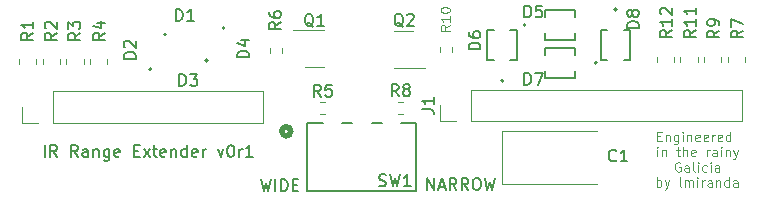
<source format=gbr>
%TF.GenerationSoftware,KiCad,Pcbnew,7.0.7*%
%TF.CreationDate,2023-12-21T12:45:23+01:00*%
%TF.ProjectId,IR range extender v0r1,49522072-616e-4676-9520-657874656e64,rev?*%
%TF.SameCoordinates,Original*%
%TF.FileFunction,Legend,Top*%
%TF.FilePolarity,Positive*%
%FSLAX46Y46*%
G04 Gerber Fmt 4.6, Leading zero omitted, Abs format (unit mm)*
G04 Created by KiCad (PCBNEW 7.0.7) date 2023-12-21 12:45:23*
%MOMM*%
%LPD*%
G01*
G04 APERTURE LIST*
%ADD10C,0.150000*%
%ADD11C,0.120000*%
%ADD12C,0.200000*%
%ADD13C,0.127000*%
%ADD14C,0.152400*%
%ADD15C,0.508000*%
G04 APERTURE END LIST*
D10*
X96636779Y-91369819D02*
X96636779Y-90369819D01*
X96636779Y-90369819D02*
X97208207Y-91369819D01*
X97208207Y-91369819D02*
X97208207Y-90369819D01*
X97636779Y-91084104D02*
X98112969Y-91084104D01*
X97541541Y-91369819D02*
X97874874Y-90369819D01*
X97874874Y-90369819D02*
X98208207Y-91369819D01*
X99112969Y-91369819D02*
X98779636Y-90893628D01*
X98541541Y-91369819D02*
X98541541Y-90369819D01*
X98541541Y-90369819D02*
X98922493Y-90369819D01*
X98922493Y-90369819D02*
X99017731Y-90417438D01*
X99017731Y-90417438D02*
X99065350Y-90465057D01*
X99065350Y-90465057D02*
X99112969Y-90560295D01*
X99112969Y-90560295D02*
X99112969Y-90703152D01*
X99112969Y-90703152D02*
X99065350Y-90798390D01*
X99065350Y-90798390D02*
X99017731Y-90846009D01*
X99017731Y-90846009D02*
X98922493Y-90893628D01*
X98922493Y-90893628D02*
X98541541Y-90893628D01*
X100112969Y-91369819D02*
X99779636Y-90893628D01*
X99541541Y-91369819D02*
X99541541Y-90369819D01*
X99541541Y-90369819D02*
X99922493Y-90369819D01*
X99922493Y-90369819D02*
X100017731Y-90417438D01*
X100017731Y-90417438D02*
X100065350Y-90465057D01*
X100065350Y-90465057D02*
X100112969Y-90560295D01*
X100112969Y-90560295D02*
X100112969Y-90703152D01*
X100112969Y-90703152D02*
X100065350Y-90798390D01*
X100065350Y-90798390D02*
X100017731Y-90846009D01*
X100017731Y-90846009D02*
X99922493Y-90893628D01*
X99922493Y-90893628D02*
X99541541Y-90893628D01*
X100732017Y-90369819D02*
X100922493Y-90369819D01*
X100922493Y-90369819D02*
X101017731Y-90417438D01*
X101017731Y-90417438D02*
X101112969Y-90512676D01*
X101112969Y-90512676D02*
X101160588Y-90703152D01*
X101160588Y-90703152D02*
X101160588Y-91036485D01*
X101160588Y-91036485D02*
X101112969Y-91226961D01*
X101112969Y-91226961D02*
X101017731Y-91322200D01*
X101017731Y-91322200D02*
X100922493Y-91369819D01*
X100922493Y-91369819D02*
X100732017Y-91369819D01*
X100732017Y-91369819D02*
X100636779Y-91322200D01*
X100636779Y-91322200D02*
X100541541Y-91226961D01*
X100541541Y-91226961D02*
X100493922Y-91036485D01*
X100493922Y-91036485D02*
X100493922Y-90703152D01*
X100493922Y-90703152D02*
X100541541Y-90512676D01*
X100541541Y-90512676D02*
X100636779Y-90417438D01*
X100636779Y-90417438D02*
X100732017Y-90369819D01*
X101493922Y-90369819D02*
X101732017Y-91369819D01*
X101732017Y-91369819D02*
X101922493Y-90655533D01*
X101922493Y-90655533D02*
X102112969Y-91369819D01*
X102112969Y-91369819D02*
X102351065Y-90369819D01*
X64236779Y-88569819D02*
X64236779Y-87569819D01*
X65284397Y-88569819D02*
X64951064Y-88093628D01*
X64712969Y-88569819D02*
X64712969Y-87569819D01*
X64712969Y-87569819D02*
X65093921Y-87569819D01*
X65093921Y-87569819D02*
X65189159Y-87617438D01*
X65189159Y-87617438D02*
X65236778Y-87665057D01*
X65236778Y-87665057D02*
X65284397Y-87760295D01*
X65284397Y-87760295D02*
X65284397Y-87903152D01*
X65284397Y-87903152D02*
X65236778Y-87998390D01*
X65236778Y-87998390D02*
X65189159Y-88046009D01*
X65189159Y-88046009D02*
X65093921Y-88093628D01*
X65093921Y-88093628D02*
X64712969Y-88093628D01*
X67046302Y-88569819D02*
X66712969Y-88093628D01*
X66474874Y-88569819D02*
X66474874Y-87569819D01*
X66474874Y-87569819D02*
X66855826Y-87569819D01*
X66855826Y-87569819D02*
X66951064Y-87617438D01*
X66951064Y-87617438D02*
X66998683Y-87665057D01*
X66998683Y-87665057D02*
X67046302Y-87760295D01*
X67046302Y-87760295D02*
X67046302Y-87903152D01*
X67046302Y-87903152D02*
X66998683Y-87998390D01*
X66998683Y-87998390D02*
X66951064Y-88046009D01*
X66951064Y-88046009D02*
X66855826Y-88093628D01*
X66855826Y-88093628D02*
X66474874Y-88093628D01*
X67903445Y-88569819D02*
X67903445Y-88046009D01*
X67903445Y-88046009D02*
X67855826Y-87950771D01*
X67855826Y-87950771D02*
X67760588Y-87903152D01*
X67760588Y-87903152D02*
X67570112Y-87903152D01*
X67570112Y-87903152D02*
X67474874Y-87950771D01*
X67903445Y-88522200D02*
X67808207Y-88569819D01*
X67808207Y-88569819D02*
X67570112Y-88569819D01*
X67570112Y-88569819D02*
X67474874Y-88522200D01*
X67474874Y-88522200D02*
X67427255Y-88426961D01*
X67427255Y-88426961D02*
X67427255Y-88331723D01*
X67427255Y-88331723D02*
X67474874Y-88236485D01*
X67474874Y-88236485D02*
X67570112Y-88188866D01*
X67570112Y-88188866D02*
X67808207Y-88188866D01*
X67808207Y-88188866D02*
X67903445Y-88141247D01*
X68379636Y-87903152D02*
X68379636Y-88569819D01*
X68379636Y-87998390D02*
X68427255Y-87950771D01*
X68427255Y-87950771D02*
X68522493Y-87903152D01*
X68522493Y-87903152D02*
X68665350Y-87903152D01*
X68665350Y-87903152D02*
X68760588Y-87950771D01*
X68760588Y-87950771D02*
X68808207Y-88046009D01*
X68808207Y-88046009D02*
X68808207Y-88569819D01*
X69712969Y-87903152D02*
X69712969Y-88712676D01*
X69712969Y-88712676D02*
X69665350Y-88807914D01*
X69665350Y-88807914D02*
X69617731Y-88855533D01*
X69617731Y-88855533D02*
X69522493Y-88903152D01*
X69522493Y-88903152D02*
X69379636Y-88903152D01*
X69379636Y-88903152D02*
X69284398Y-88855533D01*
X69712969Y-88522200D02*
X69617731Y-88569819D01*
X69617731Y-88569819D02*
X69427255Y-88569819D01*
X69427255Y-88569819D02*
X69332017Y-88522200D01*
X69332017Y-88522200D02*
X69284398Y-88474580D01*
X69284398Y-88474580D02*
X69236779Y-88379342D01*
X69236779Y-88379342D02*
X69236779Y-88093628D01*
X69236779Y-88093628D02*
X69284398Y-87998390D01*
X69284398Y-87998390D02*
X69332017Y-87950771D01*
X69332017Y-87950771D02*
X69427255Y-87903152D01*
X69427255Y-87903152D02*
X69617731Y-87903152D01*
X69617731Y-87903152D02*
X69712969Y-87950771D01*
X70570112Y-88522200D02*
X70474874Y-88569819D01*
X70474874Y-88569819D02*
X70284398Y-88569819D01*
X70284398Y-88569819D02*
X70189160Y-88522200D01*
X70189160Y-88522200D02*
X70141541Y-88426961D01*
X70141541Y-88426961D02*
X70141541Y-88046009D01*
X70141541Y-88046009D02*
X70189160Y-87950771D01*
X70189160Y-87950771D02*
X70284398Y-87903152D01*
X70284398Y-87903152D02*
X70474874Y-87903152D01*
X70474874Y-87903152D02*
X70570112Y-87950771D01*
X70570112Y-87950771D02*
X70617731Y-88046009D01*
X70617731Y-88046009D02*
X70617731Y-88141247D01*
X70617731Y-88141247D02*
X70141541Y-88236485D01*
X71808208Y-88046009D02*
X72141541Y-88046009D01*
X72284398Y-88569819D02*
X71808208Y-88569819D01*
X71808208Y-88569819D02*
X71808208Y-87569819D01*
X71808208Y-87569819D02*
X72284398Y-87569819D01*
X72617732Y-88569819D02*
X73141541Y-87903152D01*
X72617732Y-87903152D02*
X73141541Y-88569819D01*
X73379637Y-87903152D02*
X73760589Y-87903152D01*
X73522494Y-87569819D02*
X73522494Y-88426961D01*
X73522494Y-88426961D02*
X73570113Y-88522200D01*
X73570113Y-88522200D02*
X73665351Y-88569819D01*
X73665351Y-88569819D02*
X73760589Y-88569819D01*
X74474875Y-88522200D02*
X74379637Y-88569819D01*
X74379637Y-88569819D02*
X74189161Y-88569819D01*
X74189161Y-88569819D02*
X74093923Y-88522200D01*
X74093923Y-88522200D02*
X74046304Y-88426961D01*
X74046304Y-88426961D02*
X74046304Y-88046009D01*
X74046304Y-88046009D02*
X74093923Y-87950771D01*
X74093923Y-87950771D02*
X74189161Y-87903152D01*
X74189161Y-87903152D02*
X74379637Y-87903152D01*
X74379637Y-87903152D02*
X74474875Y-87950771D01*
X74474875Y-87950771D02*
X74522494Y-88046009D01*
X74522494Y-88046009D02*
X74522494Y-88141247D01*
X74522494Y-88141247D02*
X74046304Y-88236485D01*
X74951066Y-87903152D02*
X74951066Y-88569819D01*
X74951066Y-87998390D02*
X74998685Y-87950771D01*
X74998685Y-87950771D02*
X75093923Y-87903152D01*
X75093923Y-87903152D02*
X75236780Y-87903152D01*
X75236780Y-87903152D02*
X75332018Y-87950771D01*
X75332018Y-87950771D02*
X75379637Y-88046009D01*
X75379637Y-88046009D02*
X75379637Y-88569819D01*
X76284399Y-88569819D02*
X76284399Y-87569819D01*
X76284399Y-88522200D02*
X76189161Y-88569819D01*
X76189161Y-88569819D02*
X75998685Y-88569819D01*
X75998685Y-88569819D02*
X75903447Y-88522200D01*
X75903447Y-88522200D02*
X75855828Y-88474580D01*
X75855828Y-88474580D02*
X75808209Y-88379342D01*
X75808209Y-88379342D02*
X75808209Y-88093628D01*
X75808209Y-88093628D02*
X75855828Y-87998390D01*
X75855828Y-87998390D02*
X75903447Y-87950771D01*
X75903447Y-87950771D02*
X75998685Y-87903152D01*
X75998685Y-87903152D02*
X76189161Y-87903152D01*
X76189161Y-87903152D02*
X76284399Y-87950771D01*
X77141542Y-88522200D02*
X77046304Y-88569819D01*
X77046304Y-88569819D02*
X76855828Y-88569819D01*
X76855828Y-88569819D02*
X76760590Y-88522200D01*
X76760590Y-88522200D02*
X76712971Y-88426961D01*
X76712971Y-88426961D02*
X76712971Y-88046009D01*
X76712971Y-88046009D02*
X76760590Y-87950771D01*
X76760590Y-87950771D02*
X76855828Y-87903152D01*
X76855828Y-87903152D02*
X77046304Y-87903152D01*
X77046304Y-87903152D02*
X77141542Y-87950771D01*
X77141542Y-87950771D02*
X77189161Y-88046009D01*
X77189161Y-88046009D02*
X77189161Y-88141247D01*
X77189161Y-88141247D02*
X76712971Y-88236485D01*
X77617733Y-88569819D02*
X77617733Y-87903152D01*
X77617733Y-88093628D02*
X77665352Y-87998390D01*
X77665352Y-87998390D02*
X77712971Y-87950771D01*
X77712971Y-87950771D02*
X77808209Y-87903152D01*
X77808209Y-87903152D02*
X77903447Y-87903152D01*
X78903448Y-87903152D02*
X79141543Y-88569819D01*
X79141543Y-88569819D02*
X79379638Y-87903152D01*
X79951067Y-87569819D02*
X80046305Y-87569819D01*
X80046305Y-87569819D02*
X80141543Y-87617438D01*
X80141543Y-87617438D02*
X80189162Y-87665057D01*
X80189162Y-87665057D02*
X80236781Y-87760295D01*
X80236781Y-87760295D02*
X80284400Y-87950771D01*
X80284400Y-87950771D02*
X80284400Y-88188866D01*
X80284400Y-88188866D02*
X80236781Y-88379342D01*
X80236781Y-88379342D02*
X80189162Y-88474580D01*
X80189162Y-88474580D02*
X80141543Y-88522200D01*
X80141543Y-88522200D02*
X80046305Y-88569819D01*
X80046305Y-88569819D02*
X79951067Y-88569819D01*
X79951067Y-88569819D02*
X79855829Y-88522200D01*
X79855829Y-88522200D02*
X79808210Y-88474580D01*
X79808210Y-88474580D02*
X79760591Y-88379342D01*
X79760591Y-88379342D02*
X79712972Y-88188866D01*
X79712972Y-88188866D02*
X79712972Y-87950771D01*
X79712972Y-87950771D02*
X79760591Y-87760295D01*
X79760591Y-87760295D02*
X79808210Y-87665057D01*
X79808210Y-87665057D02*
X79855829Y-87617438D01*
X79855829Y-87617438D02*
X79951067Y-87569819D01*
X80712972Y-88569819D02*
X80712972Y-87903152D01*
X80712972Y-88093628D02*
X80760591Y-87998390D01*
X80760591Y-87998390D02*
X80808210Y-87950771D01*
X80808210Y-87950771D02*
X80903448Y-87903152D01*
X80903448Y-87903152D02*
X80998686Y-87903152D01*
X81855829Y-88569819D02*
X81284401Y-88569819D01*
X81570115Y-88569819D02*
X81570115Y-87569819D01*
X81570115Y-87569819D02*
X81474877Y-87712676D01*
X81474877Y-87712676D02*
X81379639Y-87807914D01*
X81379639Y-87807914D02*
X81284401Y-87855533D01*
D11*
X116109523Y-86812807D02*
X116376189Y-86812807D01*
X116490475Y-87231855D02*
X116109523Y-87231855D01*
X116109523Y-87231855D02*
X116109523Y-86431855D01*
X116109523Y-86431855D02*
X116490475Y-86431855D01*
X116833333Y-86698521D02*
X116833333Y-87231855D01*
X116833333Y-86774712D02*
X116871428Y-86736617D01*
X116871428Y-86736617D02*
X116947618Y-86698521D01*
X116947618Y-86698521D02*
X117061904Y-86698521D01*
X117061904Y-86698521D02*
X117138095Y-86736617D01*
X117138095Y-86736617D02*
X117176190Y-86812807D01*
X117176190Y-86812807D02*
X117176190Y-87231855D01*
X117900000Y-86698521D02*
X117900000Y-87346140D01*
X117900000Y-87346140D02*
X117861905Y-87422331D01*
X117861905Y-87422331D02*
X117823809Y-87460426D01*
X117823809Y-87460426D02*
X117747619Y-87498521D01*
X117747619Y-87498521D02*
X117633333Y-87498521D01*
X117633333Y-87498521D02*
X117557143Y-87460426D01*
X117900000Y-87193760D02*
X117823809Y-87231855D01*
X117823809Y-87231855D02*
X117671428Y-87231855D01*
X117671428Y-87231855D02*
X117595238Y-87193760D01*
X117595238Y-87193760D02*
X117557143Y-87155664D01*
X117557143Y-87155664D02*
X117519047Y-87079474D01*
X117519047Y-87079474D02*
X117519047Y-86850902D01*
X117519047Y-86850902D02*
X117557143Y-86774712D01*
X117557143Y-86774712D02*
X117595238Y-86736617D01*
X117595238Y-86736617D02*
X117671428Y-86698521D01*
X117671428Y-86698521D02*
X117823809Y-86698521D01*
X117823809Y-86698521D02*
X117900000Y-86736617D01*
X118280953Y-87231855D02*
X118280953Y-86698521D01*
X118280953Y-86431855D02*
X118242857Y-86469950D01*
X118242857Y-86469950D02*
X118280953Y-86508045D01*
X118280953Y-86508045D02*
X118319048Y-86469950D01*
X118319048Y-86469950D02*
X118280953Y-86431855D01*
X118280953Y-86431855D02*
X118280953Y-86508045D01*
X118661905Y-86698521D02*
X118661905Y-87231855D01*
X118661905Y-86774712D02*
X118700000Y-86736617D01*
X118700000Y-86736617D02*
X118776190Y-86698521D01*
X118776190Y-86698521D02*
X118890476Y-86698521D01*
X118890476Y-86698521D02*
X118966667Y-86736617D01*
X118966667Y-86736617D02*
X119004762Y-86812807D01*
X119004762Y-86812807D02*
X119004762Y-87231855D01*
X119690477Y-87193760D02*
X119614286Y-87231855D01*
X119614286Y-87231855D02*
X119461905Y-87231855D01*
X119461905Y-87231855D02*
X119385715Y-87193760D01*
X119385715Y-87193760D02*
X119347619Y-87117569D01*
X119347619Y-87117569D02*
X119347619Y-86812807D01*
X119347619Y-86812807D02*
X119385715Y-86736617D01*
X119385715Y-86736617D02*
X119461905Y-86698521D01*
X119461905Y-86698521D02*
X119614286Y-86698521D01*
X119614286Y-86698521D02*
X119690477Y-86736617D01*
X119690477Y-86736617D02*
X119728572Y-86812807D01*
X119728572Y-86812807D02*
X119728572Y-86888998D01*
X119728572Y-86888998D02*
X119347619Y-86965188D01*
X120376191Y-87193760D02*
X120300000Y-87231855D01*
X120300000Y-87231855D02*
X120147619Y-87231855D01*
X120147619Y-87231855D02*
X120071429Y-87193760D01*
X120071429Y-87193760D02*
X120033333Y-87117569D01*
X120033333Y-87117569D02*
X120033333Y-86812807D01*
X120033333Y-86812807D02*
X120071429Y-86736617D01*
X120071429Y-86736617D02*
X120147619Y-86698521D01*
X120147619Y-86698521D02*
X120300000Y-86698521D01*
X120300000Y-86698521D02*
X120376191Y-86736617D01*
X120376191Y-86736617D02*
X120414286Y-86812807D01*
X120414286Y-86812807D02*
X120414286Y-86888998D01*
X120414286Y-86888998D02*
X120033333Y-86965188D01*
X120757143Y-87231855D02*
X120757143Y-86698521D01*
X120757143Y-86850902D02*
X120795238Y-86774712D01*
X120795238Y-86774712D02*
X120833333Y-86736617D01*
X120833333Y-86736617D02*
X120909524Y-86698521D01*
X120909524Y-86698521D02*
X120985714Y-86698521D01*
X121557143Y-87193760D02*
X121480952Y-87231855D01*
X121480952Y-87231855D02*
X121328571Y-87231855D01*
X121328571Y-87231855D02*
X121252381Y-87193760D01*
X121252381Y-87193760D02*
X121214285Y-87117569D01*
X121214285Y-87117569D02*
X121214285Y-86812807D01*
X121214285Y-86812807D02*
X121252381Y-86736617D01*
X121252381Y-86736617D02*
X121328571Y-86698521D01*
X121328571Y-86698521D02*
X121480952Y-86698521D01*
X121480952Y-86698521D02*
X121557143Y-86736617D01*
X121557143Y-86736617D02*
X121595238Y-86812807D01*
X121595238Y-86812807D02*
X121595238Y-86888998D01*
X121595238Y-86888998D02*
X121214285Y-86965188D01*
X122280952Y-87231855D02*
X122280952Y-86431855D01*
X122280952Y-87193760D02*
X122204761Y-87231855D01*
X122204761Y-87231855D02*
X122052380Y-87231855D01*
X122052380Y-87231855D02*
X121976190Y-87193760D01*
X121976190Y-87193760D02*
X121938095Y-87155664D01*
X121938095Y-87155664D02*
X121899999Y-87079474D01*
X121899999Y-87079474D02*
X121899999Y-86850902D01*
X121899999Y-86850902D02*
X121938095Y-86774712D01*
X121938095Y-86774712D02*
X121976190Y-86736617D01*
X121976190Y-86736617D02*
X122052380Y-86698521D01*
X122052380Y-86698521D02*
X122204761Y-86698521D01*
X122204761Y-86698521D02*
X122280952Y-86736617D01*
X116128571Y-88519855D02*
X116128571Y-87986521D01*
X116128571Y-87719855D02*
X116090475Y-87757950D01*
X116090475Y-87757950D02*
X116128571Y-87796045D01*
X116128571Y-87796045D02*
X116166666Y-87757950D01*
X116166666Y-87757950D02*
X116128571Y-87719855D01*
X116128571Y-87719855D02*
X116128571Y-87796045D01*
X116509523Y-87986521D02*
X116509523Y-88519855D01*
X116509523Y-88062712D02*
X116547618Y-88024617D01*
X116547618Y-88024617D02*
X116623808Y-87986521D01*
X116623808Y-87986521D02*
X116738094Y-87986521D01*
X116738094Y-87986521D02*
X116814285Y-88024617D01*
X116814285Y-88024617D02*
X116852380Y-88100807D01*
X116852380Y-88100807D02*
X116852380Y-88519855D01*
X117728571Y-87986521D02*
X118033333Y-87986521D01*
X117842857Y-87719855D02*
X117842857Y-88405569D01*
X117842857Y-88405569D02*
X117880952Y-88481760D01*
X117880952Y-88481760D02*
X117957142Y-88519855D01*
X117957142Y-88519855D02*
X118033333Y-88519855D01*
X118300000Y-88519855D02*
X118300000Y-87719855D01*
X118642857Y-88519855D02*
X118642857Y-88100807D01*
X118642857Y-88100807D02*
X118604762Y-88024617D01*
X118604762Y-88024617D02*
X118528571Y-87986521D01*
X118528571Y-87986521D02*
X118414285Y-87986521D01*
X118414285Y-87986521D02*
X118338095Y-88024617D01*
X118338095Y-88024617D02*
X118300000Y-88062712D01*
X119328572Y-88481760D02*
X119252381Y-88519855D01*
X119252381Y-88519855D02*
X119100000Y-88519855D01*
X119100000Y-88519855D02*
X119023810Y-88481760D01*
X119023810Y-88481760D02*
X118985714Y-88405569D01*
X118985714Y-88405569D02*
X118985714Y-88100807D01*
X118985714Y-88100807D02*
X119023810Y-88024617D01*
X119023810Y-88024617D02*
X119100000Y-87986521D01*
X119100000Y-87986521D02*
X119252381Y-87986521D01*
X119252381Y-87986521D02*
X119328572Y-88024617D01*
X119328572Y-88024617D02*
X119366667Y-88100807D01*
X119366667Y-88100807D02*
X119366667Y-88176998D01*
X119366667Y-88176998D02*
X118985714Y-88253188D01*
X120319048Y-88519855D02*
X120319048Y-87986521D01*
X120319048Y-88138902D02*
X120357143Y-88062712D01*
X120357143Y-88062712D02*
X120395238Y-88024617D01*
X120395238Y-88024617D02*
X120471429Y-87986521D01*
X120471429Y-87986521D02*
X120547619Y-87986521D01*
X121157143Y-88519855D02*
X121157143Y-88100807D01*
X121157143Y-88100807D02*
X121119048Y-88024617D01*
X121119048Y-88024617D02*
X121042857Y-87986521D01*
X121042857Y-87986521D02*
X120890476Y-87986521D01*
X120890476Y-87986521D02*
X120814286Y-88024617D01*
X121157143Y-88481760D02*
X121080952Y-88519855D01*
X121080952Y-88519855D02*
X120890476Y-88519855D01*
X120890476Y-88519855D02*
X120814286Y-88481760D01*
X120814286Y-88481760D02*
X120776190Y-88405569D01*
X120776190Y-88405569D02*
X120776190Y-88329379D01*
X120776190Y-88329379D02*
X120814286Y-88253188D01*
X120814286Y-88253188D02*
X120890476Y-88215093D01*
X120890476Y-88215093D02*
X121080952Y-88215093D01*
X121080952Y-88215093D02*
X121157143Y-88176998D01*
X121538096Y-88519855D02*
X121538096Y-87986521D01*
X121538096Y-87719855D02*
X121500000Y-87757950D01*
X121500000Y-87757950D02*
X121538096Y-87796045D01*
X121538096Y-87796045D02*
X121576191Y-87757950D01*
X121576191Y-87757950D02*
X121538096Y-87719855D01*
X121538096Y-87719855D02*
X121538096Y-87796045D01*
X121919048Y-87986521D02*
X121919048Y-88519855D01*
X121919048Y-88062712D02*
X121957143Y-88024617D01*
X121957143Y-88024617D02*
X122033333Y-87986521D01*
X122033333Y-87986521D02*
X122147619Y-87986521D01*
X122147619Y-87986521D02*
X122223810Y-88024617D01*
X122223810Y-88024617D02*
X122261905Y-88100807D01*
X122261905Y-88100807D02*
X122261905Y-88519855D01*
X122566667Y-87986521D02*
X122757143Y-88519855D01*
X122947620Y-87986521D02*
X122757143Y-88519855D01*
X122757143Y-88519855D02*
X122680953Y-88710331D01*
X122680953Y-88710331D02*
X122642858Y-88748426D01*
X122642858Y-88748426D02*
X122566667Y-88786521D01*
X118052380Y-89045950D02*
X117976190Y-89007855D01*
X117976190Y-89007855D02*
X117861904Y-89007855D01*
X117861904Y-89007855D02*
X117747618Y-89045950D01*
X117747618Y-89045950D02*
X117671428Y-89122140D01*
X117671428Y-89122140D02*
X117633333Y-89198331D01*
X117633333Y-89198331D02*
X117595237Y-89350712D01*
X117595237Y-89350712D02*
X117595237Y-89464998D01*
X117595237Y-89464998D02*
X117633333Y-89617379D01*
X117633333Y-89617379D02*
X117671428Y-89693569D01*
X117671428Y-89693569D02*
X117747618Y-89769760D01*
X117747618Y-89769760D02*
X117861904Y-89807855D01*
X117861904Y-89807855D02*
X117938095Y-89807855D01*
X117938095Y-89807855D02*
X118052380Y-89769760D01*
X118052380Y-89769760D02*
X118090476Y-89731664D01*
X118090476Y-89731664D02*
X118090476Y-89464998D01*
X118090476Y-89464998D02*
X117938095Y-89464998D01*
X118776190Y-89807855D02*
X118776190Y-89388807D01*
X118776190Y-89388807D02*
X118738095Y-89312617D01*
X118738095Y-89312617D02*
X118661904Y-89274521D01*
X118661904Y-89274521D02*
X118509523Y-89274521D01*
X118509523Y-89274521D02*
X118433333Y-89312617D01*
X118776190Y-89769760D02*
X118699999Y-89807855D01*
X118699999Y-89807855D02*
X118509523Y-89807855D01*
X118509523Y-89807855D02*
X118433333Y-89769760D01*
X118433333Y-89769760D02*
X118395237Y-89693569D01*
X118395237Y-89693569D02*
X118395237Y-89617379D01*
X118395237Y-89617379D02*
X118433333Y-89541188D01*
X118433333Y-89541188D02*
X118509523Y-89503093D01*
X118509523Y-89503093D02*
X118699999Y-89503093D01*
X118699999Y-89503093D02*
X118776190Y-89464998D01*
X119271428Y-89807855D02*
X119195238Y-89769760D01*
X119195238Y-89769760D02*
X119157143Y-89693569D01*
X119157143Y-89693569D02*
X119157143Y-89007855D01*
X119576191Y-89807855D02*
X119576191Y-89274521D01*
X119576191Y-89007855D02*
X119538095Y-89045950D01*
X119538095Y-89045950D02*
X119576191Y-89084045D01*
X119576191Y-89084045D02*
X119614286Y-89045950D01*
X119614286Y-89045950D02*
X119576191Y-89007855D01*
X119576191Y-89007855D02*
X119576191Y-89084045D01*
X120300000Y-89769760D02*
X120223809Y-89807855D01*
X120223809Y-89807855D02*
X120071428Y-89807855D01*
X120071428Y-89807855D02*
X119995238Y-89769760D01*
X119995238Y-89769760D02*
X119957143Y-89731664D01*
X119957143Y-89731664D02*
X119919047Y-89655474D01*
X119919047Y-89655474D02*
X119919047Y-89426902D01*
X119919047Y-89426902D02*
X119957143Y-89350712D01*
X119957143Y-89350712D02*
X119995238Y-89312617D01*
X119995238Y-89312617D02*
X120071428Y-89274521D01*
X120071428Y-89274521D02*
X120223809Y-89274521D01*
X120223809Y-89274521D02*
X120300000Y-89312617D01*
X120642857Y-89807855D02*
X120642857Y-89274521D01*
X120642857Y-89007855D02*
X120604761Y-89045950D01*
X120604761Y-89045950D02*
X120642857Y-89084045D01*
X120642857Y-89084045D02*
X120680952Y-89045950D01*
X120680952Y-89045950D02*
X120642857Y-89007855D01*
X120642857Y-89007855D02*
X120642857Y-89084045D01*
X121366666Y-89807855D02*
X121366666Y-89388807D01*
X121366666Y-89388807D02*
X121328571Y-89312617D01*
X121328571Y-89312617D02*
X121252380Y-89274521D01*
X121252380Y-89274521D02*
X121099999Y-89274521D01*
X121099999Y-89274521D02*
X121023809Y-89312617D01*
X121366666Y-89769760D02*
X121290475Y-89807855D01*
X121290475Y-89807855D02*
X121099999Y-89807855D01*
X121099999Y-89807855D02*
X121023809Y-89769760D01*
X121023809Y-89769760D02*
X120985713Y-89693569D01*
X120985713Y-89693569D02*
X120985713Y-89617379D01*
X120985713Y-89617379D02*
X121023809Y-89541188D01*
X121023809Y-89541188D02*
X121099999Y-89503093D01*
X121099999Y-89503093D02*
X121290475Y-89503093D01*
X121290475Y-89503093D02*
X121366666Y-89464998D01*
X116090475Y-91095855D02*
X116090475Y-90295855D01*
X116090475Y-90600617D02*
X116166665Y-90562521D01*
X116166665Y-90562521D02*
X116319046Y-90562521D01*
X116319046Y-90562521D02*
X116395237Y-90600617D01*
X116395237Y-90600617D02*
X116433332Y-90638712D01*
X116433332Y-90638712D02*
X116471427Y-90714902D01*
X116471427Y-90714902D02*
X116471427Y-90943474D01*
X116471427Y-90943474D02*
X116433332Y-91019664D01*
X116433332Y-91019664D02*
X116395237Y-91057760D01*
X116395237Y-91057760D02*
X116319046Y-91095855D01*
X116319046Y-91095855D02*
X116166665Y-91095855D01*
X116166665Y-91095855D02*
X116090475Y-91057760D01*
X116738094Y-90562521D02*
X116928570Y-91095855D01*
X117119047Y-90562521D02*
X116928570Y-91095855D01*
X116928570Y-91095855D02*
X116852380Y-91286331D01*
X116852380Y-91286331D02*
X116814285Y-91324426D01*
X116814285Y-91324426D02*
X116738094Y-91362521D01*
X118147618Y-91095855D02*
X118071428Y-91057760D01*
X118071428Y-91057760D02*
X118033333Y-90981569D01*
X118033333Y-90981569D02*
X118033333Y-90295855D01*
X118452381Y-91095855D02*
X118452381Y-90562521D01*
X118452381Y-90638712D02*
X118490476Y-90600617D01*
X118490476Y-90600617D02*
X118566666Y-90562521D01*
X118566666Y-90562521D02*
X118680952Y-90562521D01*
X118680952Y-90562521D02*
X118757143Y-90600617D01*
X118757143Y-90600617D02*
X118795238Y-90676807D01*
X118795238Y-90676807D02*
X118795238Y-91095855D01*
X118795238Y-90676807D02*
X118833333Y-90600617D01*
X118833333Y-90600617D02*
X118909524Y-90562521D01*
X118909524Y-90562521D02*
X119023809Y-90562521D01*
X119023809Y-90562521D02*
X119100000Y-90600617D01*
X119100000Y-90600617D02*
X119138095Y-90676807D01*
X119138095Y-90676807D02*
X119138095Y-91095855D01*
X119519048Y-91095855D02*
X119519048Y-90562521D01*
X119519048Y-90295855D02*
X119480952Y-90333950D01*
X119480952Y-90333950D02*
X119519048Y-90372045D01*
X119519048Y-90372045D02*
X119557143Y-90333950D01*
X119557143Y-90333950D02*
X119519048Y-90295855D01*
X119519048Y-90295855D02*
X119519048Y-90372045D01*
X119900000Y-91095855D02*
X119900000Y-90562521D01*
X119900000Y-90714902D02*
X119938095Y-90638712D01*
X119938095Y-90638712D02*
X119976190Y-90600617D01*
X119976190Y-90600617D02*
X120052381Y-90562521D01*
X120052381Y-90562521D02*
X120128571Y-90562521D01*
X120738095Y-91095855D02*
X120738095Y-90676807D01*
X120738095Y-90676807D02*
X120700000Y-90600617D01*
X120700000Y-90600617D02*
X120623809Y-90562521D01*
X120623809Y-90562521D02*
X120471428Y-90562521D01*
X120471428Y-90562521D02*
X120395238Y-90600617D01*
X120738095Y-91057760D02*
X120661904Y-91095855D01*
X120661904Y-91095855D02*
X120471428Y-91095855D01*
X120471428Y-91095855D02*
X120395238Y-91057760D01*
X120395238Y-91057760D02*
X120357142Y-90981569D01*
X120357142Y-90981569D02*
X120357142Y-90905379D01*
X120357142Y-90905379D02*
X120395238Y-90829188D01*
X120395238Y-90829188D02*
X120471428Y-90791093D01*
X120471428Y-90791093D02*
X120661904Y-90791093D01*
X120661904Y-90791093D02*
X120738095Y-90752998D01*
X121119048Y-90562521D02*
X121119048Y-91095855D01*
X121119048Y-90638712D02*
X121157143Y-90600617D01*
X121157143Y-90600617D02*
X121233333Y-90562521D01*
X121233333Y-90562521D02*
X121347619Y-90562521D01*
X121347619Y-90562521D02*
X121423810Y-90600617D01*
X121423810Y-90600617D02*
X121461905Y-90676807D01*
X121461905Y-90676807D02*
X121461905Y-91095855D01*
X122185715Y-91095855D02*
X122185715Y-90295855D01*
X122185715Y-91057760D02*
X122109524Y-91095855D01*
X122109524Y-91095855D02*
X121957143Y-91095855D01*
X121957143Y-91095855D02*
X121880953Y-91057760D01*
X121880953Y-91057760D02*
X121842858Y-91019664D01*
X121842858Y-91019664D02*
X121804762Y-90943474D01*
X121804762Y-90943474D02*
X121804762Y-90714902D01*
X121804762Y-90714902D02*
X121842858Y-90638712D01*
X121842858Y-90638712D02*
X121880953Y-90600617D01*
X121880953Y-90600617D02*
X121957143Y-90562521D01*
X121957143Y-90562521D02*
X122109524Y-90562521D01*
X122109524Y-90562521D02*
X122185715Y-90600617D01*
X122909525Y-91095855D02*
X122909525Y-90676807D01*
X122909525Y-90676807D02*
X122871430Y-90600617D01*
X122871430Y-90600617D02*
X122795239Y-90562521D01*
X122795239Y-90562521D02*
X122642858Y-90562521D01*
X122642858Y-90562521D02*
X122566668Y-90600617D01*
X122909525Y-91057760D02*
X122833334Y-91095855D01*
X122833334Y-91095855D02*
X122642858Y-91095855D01*
X122642858Y-91095855D02*
X122566668Y-91057760D01*
X122566668Y-91057760D02*
X122528572Y-90981569D01*
X122528572Y-90981569D02*
X122528572Y-90905379D01*
X122528572Y-90905379D02*
X122566668Y-90829188D01*
X122566668Y-90829188D02*
X122642858Y-90791093D01*
X122642858Y-90791093D02*
X122833334Y-90791093D01*
X122833334Y-90791093D02*
X122909525Y-90752998D01*
D10*
X82541541Y-90469819D02*
X82779636Y-91469819D01*
X82779636Y-91469819D02*
X82970112Y-90755533D01*
X82970112Y-90755533D02*
X83160588Y-91469819D01*
X83160588Y-91469819D02*
X83398684Y-90469819D01*
X83779636Y-91469819D02*
X83779636Y-90469819D01*
X84255826Y-91469819D02*
X84255826Y-90469819D01*
X84255826Y-90469819D02*
X84493921Y-90469819D01*
X84493921Y-90469819D02*
X84636778Y-90517438D01*
X84636778Y-90517438D02*
X84732016Y-90612676D01*
X84732016Y-90612676D02*
X84779635Y-90707914D01*
X84779635Y-90707914D02*
X84827254Y-90898390D01*
X84827254Y-90898390D02*
X84827254Y-91041247D01*
X84827254Y-91041247D02*
X84779635Y-91231723D01*
X84779635Y-91231723D02*
X84732016Y-91326961D01*
X84732016Y-91326961D02*
X84636778Y-91422200D01*
X84636778Y-91422200D02*
X84493921Y-91469819D01*
X84493921Y-91469819D02*
X84255826Y-91469819D01*
X85255826Y-90946009D02*
X85589159Y-90946009D01*
X85732016Y-91469819D02*
X85255826Y-91469819D01*
X85255826Y-91469819D02*
X85255826Y-90469819D01*
X85255826Y-90469819D02*
X85732016Y-90469819D01*
X87633333Y-83454819D02*
X87300000Y-82978628D01*
X87061905Y-83454819D02*
X87061905Y-82454819D01*
X87061905Y-82454819D02*
X87442857Y-82454819D01*
X87442857Y-82454819D02*
X87538095Y-82502438D01*
X87538095Y-82502438D02*
X87585714Y-82550057D01*
X87585714Y-82550057D02*
X87633333Y-82645295D01*
X87633333Y-82645295D02*
X87633333Y-82788152D01*
X87633333Y-82788152D02*
X87585714Y-82883390D01*
X87585714Y-82883390D02*
X87538095Y-82931009D01*
X87538095Y-82931009D02*
X87442857Y-82978628D01*
X87442857Y-82978628D02*
X87061905Y-82978628D01*
X88538095Y-82454819D02*
X88061905Y-82454819D01*
X88061905Y-82454819D02*
X88014286Y-82931009D01*
X88014286Y-82931009D02*
X88061905Y-82883390D01*
X88061905Y-82883390D02*
X88157143Y-82835771D01*
X88157143Y-82835771D02*
X88395238Y-82835771D01*
X88395238Y-82835771D02*
X88490476Y-82883390D01*
X88490476Y-82883390D02*
X88538095Y-82931009D01*
X88538095Y-82931009D02*
X88585714Y-83026247D01*
X88585714Y-83026247D02*
X88585714Y-83264342D01*
X88585714Y-83264342D02*
X88538095Y-83359580D01*
X88538095Y-83359580D02*
X88490476Y-83407200D01*
X88490476Y-83407200D02*
X88395238Y-83454819D01*
X88395238Y-83454819D02*
X88157143Y-83454819D01*
X88157143Y-83454819D02*
X88061905Y-83407200D01*
X88061905Y-83407200D02*
X88014286Y-83359580D01*
X75661905Y-82554819D02*
X75661905Y-81554819D01*
X75661905Y-81554819D02*
X75900000Y-81554819D01*
X75900000Y-81554819D02*
X76042857Y-81602438D01*
X76042857Y-81602438D02*
X76138095Y-81697676D01*
X76138095Y-81697676D02*
X76185714Y-81792914D01*
X76185714Y-81792914D02*
X76233333Y-81983390D01*
X76233333Y-81983390D02*
X76233333Y-82126247D01*
X76233333Y-82126247D02*
X76185714Y-82316723D01*
X76185714Y-82316723D02*
X76138095Y-82411961D01*
X76138095Y-82411961D02*
X76042857Y-82507200D01*
X76042857Y-82507200D02*
X75900000Y-82554819D01*
X75900000Y-82554819D02*
X75661905Y-82554819D01*
X76566667Y-81554819D02*
X77185714Y-81554819D01*
X77185714Y-81554819D02*
X76852381Y-81935771D01*
X76852381Y-81935771D02*
X76995238Y-81935771D01*
X76995238Y-81935771D02*
X77090476Y-81983390D01*
X77090476Y-81983390D02*
X77138095Y-82031009D01*
X77138095Y-82031009D02*
X77185714Y-82126247D01*
X77185714Y-82126247D02*
X77185714Y-82364342D01*
X77185714Y-82364342D02*
X77138095Y-82459580D01*
X77138095Y-82459580D02*
X77090476Y-82507200D01*
X77090476Y-82507200D02*
X76995238Y-82554819D01*
X76995238Y-82554819D02*
X76709524Y-82554819D01*
X76709524Y-82554819D02*
X76614286Y-82507200D01*
X76614286Y-82507200D02*
X76566667Y-82459580D01*
X71954819Y-80238094D02*
X70954819Y-80238094D01*
X70954819Y-80238094D02*
X70954819Y-79999999D01*
X70954819Y-79999999D02*
X71002438Y-79857142D01*
X71002438Y-79857142D02*
X71097676Y-79761904D01*
X71097676Y-79761904D02*
X71192914Y-79714285D01*
X71192914Y-79714285D02*
X71383390Y-79666666D01*
X71383390Y-79666666D02*
X71526247Y-79666666D01*
X71526247Y-79666666D02*
X71716723Y-79714285D01*
X71716723Y-79714285D02*
X71811961Y-79761904D01*
X71811961Y-79761904D02*
X71907200Y-79857142D01*
X71907200Y-79857142D02*
X71954819Y-79999999D01*
X71954819Y-79999999D02*
X71954819Y-80238094D01*
X71050057Y-79285713D02*
X71002438Y-79238094D01*
X71002438Y-79238094D02*
X70954819Y-79142856D01*
X70954819Y-79142856D02*
X70954819Y-78904761D01*
X70954819Y-78904761D02*
X71002438Y-78809523D01*
X71002438Y-78809523D02*
X71050057Y-78761904D01*
X71050057Y-78761904D02*
X71145295Y-78714285D01*
X71145295Y-78714285D02*
X71240533Y-78714285D01*
X71240533Y-78714285D02*
X71383390Y-78761904D01*
X71383390Y-78761904D02*
X71954819Y-79333332D01*
X71954819Y-79333332D02*
X71954819Y-78714285D01*
X69354819Y-78066666D02*
X68878628Y-78399999D01*
X69354819Y-78638094D02*
X68354819Y-78638094D01*
X68354819Y-78638094D02*
X68354819Y-78257142D01*
X68354819Y-78257142D02*
X68402438Y-78161904D01*
X68402438Y-78161904D02*
X68450057Y-78114285D01*
X68450057Y-78114285D02*
X68545295Y-78066666D01*
X68545295Y-78066666D02*
X68688152Y-78066666D01*
X68688152Y-78066666D02*
X68783390Y-78114285D01*
X68783390Y-78114285D02*
X68831009Y-78161904D01*
X68831009Y-78161904D02*
X68878628Y-78257142D01*
X68878628Y-78257142D02*
X68878628Y-78638094D01*
X68688152Y-77209523D02*
X69354819Y-77209523D01*
X68307200Y-77447618D02*
X69021485Y-77685713D01*
X69021485Y-77685713D02*
X69021485Y-77066666D01*
X75361905Y-77054819D02*
X75361905Y-76054819D01*
X75361905Y-76054819D02*
X75600000Y-76054819D01*
X75600000Y-76054819D02*
X75742857Y-76102438D01*
X75742857Y-76102438D02*
X75838095Y-76197676D01*
X75838095Y-76197676D02*
X75885714Y-76292914D01*
X75885714Y-76292914D02*
X75933333Y-76483390D01*
X75933333Y-76483390D02*
X75933333Y-76626247D01*
X75933333Y-76626247D02*
X75885714Y-76816723D01*
X75885714Y-76816723D02*
X75838095Y-76911961D01*
X75838095Y-76911961D02*
X75742857Y-77007200D01*
X75742857Y-77007200D02*
X75600000Y-77054819D01*
X75600000Y-77054819D02*
X75361905Y-77054819D01*
X76885714Y-77054819D02*
X76314286Y-77054819D01*
X76600000Y-77054819D02*
X76600000Y-76054819D01*
X76600000Y-76054819D02*
X76504762Y-76197676D01*
X76504762Y-76197676D02*
X76409524Y-76292914D01*
X76409524Y-76292914D02*
X76314286Y-76340533D01*
X104861905Y-76754819D02*
X104861905Y-75754819D01*
X104861905Y-75754819D02*
X105100000Y-75754819D01*
X105100000Y-75754819D02*
X105242857Y-75802438D01*
X105242857Y-75802438D02*
X105338095Y-75897676D01*
X105338095Y-75897676D02*
X105385714Y-75992914D01*
X105385714Y-75992914D02*
X105433333Y-76183390D01*
X105433333Y-76183390D02*
X105433333Y-76326247D01*
X105433333Y-76326247D02*
X105385714Y-76516723D01*
X105385714Y-76516723D02*
X105338095Y-76611961D01*
X105338095Y-76611961D02*
X105242857Y-76707200D01*
X105242857Y-76707200D02*
X105100000Y-76754819D01*
X105100000Y-76754819D02*
X104861905Y-76754819D01*
X106338095Y-75754819D02*
X105861905Y-75754819D01*
X105861905Y-75754819D02*
X105814286Y-76231009D01*
X105814286Y-76231009D02*
X105861905Y-76183390D01*
X105861905Y-76183390D02*
X105957143Y-76135771D01*
X105957143Y-76135771D02*
X106195238Y-76135771D01*
X106195238Y-76135771D02*
X106290476Y-76183390D01*
X106290476Y-76183390D02*
X106338095Y-76231009D01*
X106338095Y-76231009D02*
X106385714Y-76326247D01*
X106385714Y-76326247D02*
X106385714Y-76564342D01*
X106385714Y-76564342D02*
X106338095Y-76659580D01*
X106338095Y-76659580D02*
X106290476Y-76707200D01*
X106290476Y-76707200D02*
X106195238Y-76754819D01*
X106195238Y-76754819D02*
X105957143Y-76754819D01*
X105957143Y-76754819D02*
X105861905Y-76707200D01*
X105861905Y-76707200D02*
X105814286Y-76659580D01*
X81554819Y-80138094D02*
X80554819Y-80138094D01*
X80554819Y-80138094D02*
X80554819Y-79899999D01*
X80554819Y-79899999D02*
X80602438Y-79757142D01*
X80602438Y-79757142D02*
X80697676Y-79661904D01*
X80697676Y-79661904D02*
X80792914Y-79614285D01*
X80792914Y-79614285D02*
X80983390Y-79566666D01*
X80983390Y-79566666D02*
X81126247Y-79566666D01*
X81126247Y-79566666D02*
X81316723Y-79614285D01*
X81316723Y-79614285D02*
X81411961Y-79661904D01*
X81411961Y-79661904D02*
X81507200Y-79757142D01*
X81507200Y-79757142D02*
X81554819Y-79899999D01*
X81554819Y-79899999D02*
X81554819Y-80138094D01*
X80888152Y-78709523D02*
X81554819Y-78709523D01*
X80507200Y-78947618D02*
X81221485Y-79185713D01*
X81221485Y-79185713D02*
X81221485Y-78566666D01*
X123354819Y-77866666D02*
X122878628Y-78199999D01*
X123354819Y-78438094D02*
X122354819Y-78438094D01*
X122354819Y-78438094D02*
X122354819Y-78057142D01*
X122354819Y-78057142D02*
X122402438Y-77961904D01*
X122402438Y-77961904D02*
X122450057Y-77914285D01*
X122450057Y-77914285D02*
X122545295Y-77866666D01*
X122545295Y-77866666D02*
X122688152Y-77866666D01*
X122688152Y-77866666D02*
X122783390Y-77914285D01*
X122783390Y-77914285D02*
X122831009Y-77961904D01*
X122831009Y-77961904D02*
X122878628Y-78057142D01*
X122878628Y-78057142D02*
X122878628Y-78438094D01*
X122354819Y-77533332D02*
X122354819Y-76866666D01*
X122354819Y-76866666D02*
X123354819Y-77295237D01*
X94604761Y-77550057D02*
X94509523Y-77502438D01*
X94509523Y-77502438D02*
X94414285Y-77407200D01*
X94414285Y-77407200D02*
X94271428Y-77264342D01*
X94271428Y-77264342D02*
X94176190Y-77216723D01*
X94176190Y-77216723D02*
X94080952Y-77216723D01*
X94128571Y-77454819D02*
X94033333Y-77407200D01*
X94033333Y-77407200D02*
X93938095Y-77311961D01*
X93938095Y-77311961D02*
X93890476Y-77121485D01*
X93890476Y-77121485D02*
X93890476Y-76788152D01*
X93890476Y-76788152D02*
X93938095Y-76597676D01*
X93938095Y-76597676D02*
X94033333Y-76502438D01*
X94033333Y-76502438D02*
X94128571Y-76454819D01*
X94128571Y-76454819D02*
X94319047Y-76454819D01*
X94319047Y-76454819D02*
X94414285Y-76502438D01*
X94414285Y-76502438D02*
X94509523Y-76597676D01*
X94509523Y-76597676D02*
X94557142Y-76788152D01*
X94557142Y-76788152D02*
X94557142Y-77121485D01*
X94557142Y-77121485D02*
X94509523Y-77311961D01*
X94509523Y-77311961D02*
X94414285Y-77407200D01*
X94414285Y-77407200D02*
X94319047Y-77454819D01*
X94319047Y-77454819D02*
X94128571Y-77454819D01*
X94938095Y-76550057D02*
X94985714Y-76502438D01*
X94985714Y-76502438D02*
X95080952Y-76454819D01*
X95080952Y-76454819D02*
X95319047Y-76454819D01*
X95319047Y-76454819D02*
X95414285Y-76502438D01*
X95414285Y-76502438D02*
X95461904Y-76550057D01*
X95461904Y-76550057D02*
X95509523Y-76645295D01*
X95509523Y-76645295D02*
X95509523Y-76740533D01*
X95509523Y-76740533D02*
X95461904Y-76883390D01*
X95461904Y-76883390D02*
X94890476Y-77454819D01*
X94890476Y-77454819D02*
X95509523Y-77454819D01*
X96184819Y-84533333D02*
X96899104Y-84533333D01*
X96899104Y-84533333D02*
X97041961Y-84580952D01*
X97041961Y-84580952D02*
X97137200Y-84676190D01*
X97137200Y-84676190D02*
X97184819Y-84819047D01*
X97184819Y-84819047D02*
X97184819Y-84914285D01*
X97184819Y-83533333D02*
X97184819Y-84104761D01*
X97184819Y-83819047D02*
X96184819Y-83819047D01*
X96184819Y-83819047D02*
X96327676Y-83914285D01*
X96327676Y-83914285D02*
X96422914Y-84009523D01*
X96422914Y-84009523D02*
X96470533Y-84104761D01*
X65254819Y-78066666D02*
X64778628Y-78399999D01*
X65254819Y-78638094D02*
X64254819Y-78638094D01*
X64254819Y-78638094D02*
X64254819Y-78257142D01*
X64254819Y-78257142D02*
X64302438Y-78161904D01*
X64302438Y-78161904D02*
X64350057Y-78114285D01*
X64350057Y-78114285D02*
X64445295Y-78066666D01*
X64445295Y-78066666D02*
X64588152Y-78066666D01*
X64588152Y-78066666D02*
X64683390Y-78114285D01*
X64683390Y-78114285D02*
X64731009Y-78161904D01*
X64731009Y-78161904D02*
X64778628Y-78257142D01*
X64778628Y-78257142D02*
X64778628Y-78638094D01*
X64350057Y-77685713D02*
X64302438Y-77638094D01*
X64302438Y-77638094D02*
X64254819Y-77542856D01*
X64254819Y-77542856D02*
X64254819Y-77304761D01*
X64254819Y-77304761D02*
X64302438Y-77209523D01*
X64302438Y-77209523D02*
X64350057Y-77161904D01*
X64350057Y-77161904D02*
X64445295Y-77114285D01*
X64445295Y-77114285D02*
X64540533Y-77114285D01*
X64540533Y-77114285D02*
X64683390Y-77161904D01*
X64683390Y-77161904D02*
X65254819Y-77733332D01*
X65254819Y-77733332D02*
X65254819Y-77114285D01*
X114554819Y-77638094D02*
X113554819Y-77638094D01*
X113554819Y-77638094D02*
X113554819Y-77399999D01*
X113554819Y-77399999D02*
X113602438Y-77257142D01*
X113602438Y-77257142D02*
X113697676Y-77161904D01*
X113697676Y-77161904D02*
X113792914Y-77114285D01*
X113792914Y-77114285D02*
X113983390Y-77066666D01*
X113983390Y-77066666D02*
X114126247Y-77066666D01*
X114126247Y-77066666D02*
X114316723Y-77114285D01*
X114316723Y-77114285D02*
X114411961Y-77161904D01*
X114411961Y-77161904D02*
X114507200Y-77257142D01*
X114507200Y-77257142D02*
X114554819Y-77399999D01*
X114554819Y-77399999D02*
X114554819Y-77638094D01*
X113983390Y-76495237D02*
X113935771Y-76590475D01*
X113935771Y-76590475D02*
X113888152Y-76638094D01*
X113888152Y-76638094D02*
X113792914Y-76685713D01*
X113792914Y-76685713D02*
X113745295Y-76685713D01*
X113745295Y-76685713D02*
X113650057Y-76638094D01*
X113650057Y-76638094D02*
X113602438Y-76590475D01*
X113602438Y-76590475D02*
X113554819Y-76495237D01*
X113554819Y-76495237D02*
X113554819Y-76304761D01*
X113554819Y-76304761D02*
X113602438Y-76209523D01*
X113602438Y-76209523D02*
X113650057Y-76161904D01*
X113650057Y-76161904D02*
X113745295Y-76114285D01*
X113745295Y-76114285D02*
X113792914Y-76114285D01*
X113792914Y-76114285D02*
X113888152Y-76161904D01*
X113888152Y-76161904D02*
X113935771Y-76209523D01*
X113935771Y-76209523D02*
X113983390Y-76304761D01*
X113983390Y-76304761D02*
X113983390Y-76495237D01*
X113983390Y-76495237D02*
X114031009Y-76590475D01*
X114031009Y-76590475D02*
X114078628Y-76638094D01*
X114078628Y-76638094D02*
X114173866Y-76685713D01*
X114173866Y-76685713D02*
X114364342Y-76685713D01*
X114364342Y-76685713D02*
X114459580Y-76638094D01*
X114459580Y-76638094D02*
X114507200Y-76590475D01*
X114507200Y-76590475D02*
X114554819Y-76495237D01*
X114554819Y-76495237D02*
X114554819Y-76304761D01*
X114554819Y-76304761D02*
X114507200Y-76209523D01*
X114507200Y-76209523D02*
X114459580Y-76161904D01*
X114459580Y-76161904D02*
X114364342Y-76114285D01*
X114364342Y-76114285D02*
X114173866Y-76114285D01*
X114173866Y-76114285D02*
X114078628Y-76161904D01*
X114078628Y-76161904D02*
X114031009Y-76209523D01*
X114031009Y-76209523D02*
X113983390Y-76304761D01*
X92566667Y-91007200D02*
X92709524Y-91054819D01*
X92709524Y-91054819D02*
X92947619Y-91054819D01*
X92947619Y-91054819D02*
X93042857Y-91007200D01*
X93042857Y-91007200D02*
X93090476Y-90959580D01*
X93090476Y-90959580D02*
X93138095Y-90864342D01*
X93138095Y-90864342D02*
X93138095Y-90769104D01*
X93138095Y-90769104D02*
X93090476Y-90673866D01*
X93090476Y-90673866D02*
X93042857Y-90626247D01*
X93042857Y-90626247D02*
X92947619Y-90578628D01*
X92947619Y-90578628D02*
X92757143Y-90531009D01*
X92757143Y-90531009D02*
X92661905Y-90483390D01*
X92661905Y-90483390D02*
X92614286Y-90435771D01*
X92614286Y-90435771D02*
X92566667Y-90340533D01*
X92566667Y-90340533D02*
X92566667Y-90245295D01*
X92566667Y-90245295D02*
X92614286Y-90150057D01*
X92614286Y-90150057D02*
X92661905Y-90102438D01*
X92661905Y-90102438D02*
X92757143Y-90054819D01*
X92757143Y-90054819D02*
X92995238Y-90054819D01*
X92995238Y-90054819D02*
X93138095Y-90102438D01*
X93471429Y-90054819D02*
X93709524Y-91054819D01*
X93709524Y-91054819D02*
X93900000Y-90340533D01*
X93900000Y-90340533D02*
X94090476Y-91054819D01*
X94090476Y-91054819D02*
X94328572Y-90054819D01*
X95233333Y-91054819D02*
X94661905Y-91054819D01*
X94947619Y-91054819D02*
X94947619Y-90054819D01*
X94947619Y-90054819D02*
X94852381Y-90197676D01*
X94852381Y-90197676D02*
X94757143Y-90292914D01*
X94757143Y-90292914D02*
X94661905Y-90340533D01*
X119354819Y-77842857D02*
X118878628Y-78176190D01*
X119354819Y-78414285D02*
X118354819Y-78414285D01*
X118354819Y-78414285D02*
X118354819Y-78033333D01*
X118354819Y-78033333D02*
X118402438Y-77938095D01*
X118402438Y-77938095D02*
X118450057Y-77890476D01*
X118450057Y-77890476D02*
X118545295Y-77842857D01*
X118545295Y-77842857D02*
X118688152Y-77842857D01*
X118688152Y-77842857D02*
X118783390Y-77890476D01*
X118783390Y-77890476D02*
X118831009Y-77938095D01*
X118831009Y-77938095D02*
X118878628Y-78033333D01*
X118878628Y-78033333D02*
X118878628Y-78414285D01*
X119354819Y-76890476D02*
X119354819Y-77461904D01*
X119354819Y-77176190D02*
X118354819Y-77176190D01*
X118354819Y-77176190D02*
X118497676Y-77271428D01*
X118497676Y-77271428D02*
X118592914Y-77366666D01*
X118592914Y-77366666D02*
X118640533Y-77461904D01*
X119354819Y-75938095D02*
X119354819Y-76509523D01*
X119354819Y-76223809D02*
X118354819Y-76223809D01*
X118354819Y-76223809D02*
X118497676Y-76319047D01*
X118497676Y-76319047D02*
X118592914Y-76414285D01*
X118592914Y-76414285D02*
X118640533Y-76509523D01*
X121354819Y-77866666D02*
X120878628Y-78199999D01*
X121354819Y-78438094D02*
X120354819Y-78438094D01*
X120354819Y-78438094D02*
X120354819Y-78057142D01*
X120354819Y-78057142D02*
X120402438Y-77961904D01*
X120402438Y-77961904D02*
X120450057Y-77914285D01*
X120450057Y-77914285D02*
X120545295Y-77866666D01*
X120545295Y-77866666D02*
X120688152Y-77866666D01*
X120688152Y-77866666D02*
X120783390Y-77914285D01*
X120783390Y-77914285D02*
X120831009Y-77961904D01*
X120831009Y-77961904D02*
X120878628Y-78057142D01*
X120878628Y-78057142D02*
X120878628Y-78438094D01*
X121354819Y-77390475D02*
X121354819Y-77199999D01*
X121354819Y-77199999D02*
X121307200Y-77104761D01*
X121307200Y-77104761D02*
X121259580Y-77057142D01*
X121259580Y-77057142D02*
X121116723Y-76961904D01*
X121116723Y-76961904D02*
X120926247Y-76914285D01*
X120926247Y-76914285D02*
X120545295Y-76914285D01*
X120545295Y-76914285D02*
X120450057Y-76961904D01*
X120450057Y-76961904D02*
X120402438Y-77009523D01*
X120402438Y-77009523D02*
X120354819Y-77104761D01*
X120354819Y-77104761D02*
X120354819Y-77295237D01*
X120354819Y-77295237D02*
X120402438Y-77390475D01*
X120402438Y-77390475D02*
X120450057Y-77438094D01*
X120450057Y-77438094D02*
X120545295Y-77485713D01*
X120545295Y-77485713D02*
X120783390Y-77485713D01*
X120783390Y-77485713D02*
X120878628Y-77438094D01*
X120878628Y-77438094D02*
X120926247Y-77390475D01*
X120926247Y-77390475D02*
X120973866Y-77295237D01*
X120973866Y-77295237D02*
X120973866Y-77104761D01*
X120973866Y-77104761D02*
X120926247Y-77009523D01*
X120926247Y-77009523D02*
X120878628Y-76961904D01*
X120878628Y-76961904D02*
X120783390Y-76914285D01*
X94208333Y-83424819D02*
X93875000Y-82948628D01*
X93636905Y-83424819D02*
X93636905Y-82424819D01*
X93636905Y-82424819D02*
X94017857Y-82424819D01*
X94017857Y-82424819D02*
X94113095Y-82472438D01*
X94113095Y-82472438D02*
X94160714Y-82520057D01*
X94160714Y-82520057D02*
X94208333Y-82615295D01*
X94208333Y-82615295D02*
X94208333Y-82758152D01*
X94208333Y-82758152D02*
X94160714Y-82853390D01*
X94160714Y-82853390D02*
X94113095Y-82901009D01*
X94113095Y-82901009D02*
X94017857Y-82948628D01*
X94017857Y-82948628D02*
X93636905Y-82948628D01*
X94779762Y-82853390D02*
X94684524Y-82805771D01*
X94684524Y-82805771D02*
X94636905Y-82758152D01*
X94636905Y-82758152D02*
X94589286Y-82662914D01*
X94589286Y-82662914D02*
X94589286Y-82615295D01*
X94589286Y-82615295D02*
X94636905Y-82520057D01*
X94636905Y-82520057D02*
X94684524Y-82472438D01*
X94684524Y-82472438D02*
X94779762Y-82424819D01*
X94779762Y-82424819D02*
X94970238Y-82424819D01*
X94970238Y-82424819D02*
X95065476Y-82472438D01*
X95065476Y-82472438D02*
X95113095Y-82520057D01*
X95113095Y-82520057D02*
X95160714Y-82615295D01*
X95160714Y-82615295D02*
X95160714Y-82662914D01*
X95160714Y-82662914D02*
X95113095Y-82758152D01*
X95113095Y-82758152D02*
X95065476Y-82805771D01*
X95065476Y-82805771D02*
X94970238Y-82853390D01*
X94970238Y-82853390D02*
X94779762Y-82853390D01*
X94779762Y-82853390D02*
X94684524Y-82901009D01*
X94684524Y-82901009D02*
X94636905Y-82948628D01*
X94636905Y-82948628D02*
X94589286Y-83043866D01*
X94589286Y-83043866D02*
X94589286Y-83234342D01*
X94589286Y-83234342D02*
X94636905Y-83329580D01*
X94636905Y-83329580D02*
X94684524Y-83377200D01*
X94684524Y-83377200D02*
X94779762Y-83424819D01*
X94779762Y-83424819D02*
X94970238Y-83424819D01*
X94970238Y-83424819D02*
X95065476Y-83377200D01*
X95065476Y-83377200D02*
X95113095Y-83329580D01*
X95113095Y-83329580D02*
X95160714Y-83234342D01*
X95160714Y-83234342D02*
X95160714Y-83043866D01*
X95160714Y-83043866D02*
X95113095Y-82948628D01*
X95113095Y-82948628D02*
X95065476Y-82901009D01*
X95065476Y-82901009D02*
X94970238Y-82853390D01*
X67254819Y-78066666D02*
X66778628Y-78399999D01*
X67254819Y-78638094D02*
X66254819Y-78638094D01*
X66254819Y-78638094D02*
X66254819Y-78257142D01*
X66254819Y-78257142D02*
X66302438Y-78161904D01*
X66302438Y-78161904D02*
X66350057Y-78114285D01*
X66350057Y-78114285D02*
X66445295Y-78066666D01*
X66445295Y-78066666D02*
X66588152Y-78066666D01*
X66588152Y-78066666D02*
X66683390Y-78114285D01*
X66683390Y-78114285D02*
X66731009Y-78161904D01*
X66731009Y-78161904D02*
X66778628Y-78257142D01*
X66778628Y-78257142D02*
X66778628Y-78638094D01*
X66254819Y-77733332D02*
X66254819Y-77114285D01*
X66254819Y-77114285D02*
X66635771Y-77447618D01*
X66635771Y-77447618D02*
X66635771Y-77304761D01*
X66635771Y-77304761D02*
X66683390Y-77209523D01*
X66683390Y-77209523D02*
X66731009Y-77161904D01*
X66731009Y-77161904D02*
X66826247Y-77114285D01*
X66826247Y-77114285D02*
X67064342Y-77114285D01*
X67064342Y-77114285D02*
X67159580Y-77161904D01*
X67159580Y-77161904D02*
X67207200Y-77209523D01*
X67207200Y-77209523D02*
X67254819Y-77304761D01*
X67254819Y-77304761D02*
X67254819Y-77590475D01*
X67254819Y-77590475D02*
X67207200Y-77685713D01*
X67207200Y-77685713D02*
X67159580Y-77733332D01*
X87004761Y-77550057D02*
X86909523Y-77502438D01*
X86909523Y-77502438D02*
X86814285Y-77407200D01*
X86814285Y-77407200D02*
X86671428Y-77264342D01*
X86671428Y-77264342D02*
X86576190Y-77216723D01*
X86576190Y-77216723D02*
X86480952Y-77216723D01*
X86528571Y-77454819D02*
X86433333Y-77407200D01*
X86433333Y-77407200D02*
X86338095Y-77311961D01*
X86338095Y-77311961D02*
X86290476Y-77121485D01*
X86290476Y-77121485D02*
X86290476Y-76788152D01*
X86290476Y-76788152D02*
X86338095Y-76597676D01*
X86338095Y-76597676D02*
X86433333Y-76502438D01*
X86433333Y-76502438D02*
X86528571Y-76454819D01*
X86528571Y-76454819D02*
X86719047Y-76454819D01*
X86719047Y-76454819D02*
X86814285Y-76502438D01*
X86814285Y-76502438D02*
X86909523Y-76597676D01*
X86909523Y-76597676D02*
X86957142Y-76788152D01*
X86957142Y-76788152D02*
X86957142Y-77121485D01*
X86957142Y-77121485D02*
X86909523Y-77311961D01*
X86909523Y-77311961D02*
X86814285Y-77407200D01*
X86814285Y-77407200D02*
X86719047Y-77454819D01*
X86719047Y-77454819D02*
X86528571Y-77454819D01*
X87909523Y-77454819D02*
X87338095Y-77454819D01*
X87623809Y-77454819D02*
X87623809Y-76454819D01*
X87623809Y-76454819D02*
X87528571Y-76597676D01*
X87528571Y-76597676D02*
X87433333Y-76692914D01*
X87433333Y-76692914D02*
X87338095Y-76740533D01*
X63254819Y-78066666D02*
X62778628Y-78399999D01*
X63254819Y-78638094D02*
X62254819Y-78638094D01*
X62254819Y-78638094D02*
X62254819Y-78257142D01*
X62254819Y-78257142D02*
X62302438Y-78161904D01*
X62302438Y-78161904D02*
X62350057Y-78114285D01*
X62350057Y-78114285D02*
X62445295Y-78066666D01*
X62445295Y-78066666D02*
X62588152Y-78066666D01*
X62588152Y-78066666D02*
X62683390Y-78114285D01*
X62683390Y-78114285D02*
X62731009Y-78161904D01*
X62731009Y-78161904D02*
X62778628Y-78257142D01*
X62778628Y-78257142D02*
X62778628Y-78638094D01*
X63254819Y-77114285D02*
X63254819Y-77685713D01*
X63254819Y-77399999D02*
X62254819Y-77399999D01*
X62254819Y-77399999D02*
X62397676Y-77495237D01*
X62397676Y-77495237D02*
X62492914Y-77590475D01*
X62492914Y-77590475D02*
X62540533Y-77685713D01*
X112633333Y-88859580D02*
X112585714Y-88907200D01*
X112585714Y-88907200D02*
X112442857Y-88954819D01*
X112442857Y-88954819D02*
X112347619Y-88954819D01*
X112347619Y-88954819D02*
X112204762Y-88907200D01*
X112204762Y-88907200D02*
X112109524Y-88811961D01*
X112109524Y-88811961D02*
X112061905Y-88716723D01*
X112061905Y-88716723D02*
X112014286Y-88526247D01*
X112014286Y-88526247D02*
X112014286Y-88383390D01*
X112014286Y-88383390D02*
X112061905Y-88192914D01*
X112061905Y-88192914D02*
X112109524Y-88097676D01*
X112109524Y-88097676D02*
X112204762Y-88002438D01*
X112204762Y-88002438D02*
X112347619Y-87954819D01*
X112347619Y-87954819D02*
X112442857Y-87954819D01*
X112442857Y-87954819D02*
X112585714Y-88002438D01*
X112585714Y-88002438D02*
X112633333Y-88050057D01*
X113585714Y-88954819D02*
X113014286Y-88954819D01*
X113300000Y-88954819D02*
X113300000Y-87954819D01*
X113300000Y-87954819D02*
X113204762Y-88097676D01*
X113204762Y-88097676D02*
X113109524Y-88192914D01*
X113109524Y-88192914D02*
X113014286Y-88240533D01*
X101143819Y-79457094D02*
X100143819Y-79457094D01*
X100143819Y-79457094D02*
X100143819Y-79218999D01*
X100143819Y-79218999D02*
X100191438Y-79076142D01*
X100191438Y-79076142D02*
X100286676Y-78980904D01*
X100286676Y-78980904D02*
X100381914Y-78933285D01*
X100381914Y-78933285D02*
X100572390Y-78885666D01*
X100572390Y-78885666D02*
X100715247Y-78885666D01*
X100715247Y-78885666D02*
X100905723Y-78933285D01*
X100905723Y-78933285D02*
X101000961Y-78980904D01*
X101000961Y-78980904D02*
X101096200Y-79076142D01*
X101096200Y-79076142D02*
X101143819Y-79218999D01*
X101143819Y-79218999D02*
X101143819Y-79457094D01*
X100143819Y-78028523D02*
X100143819Y-78218999D01*
X100143819Y-78218999D02*
X100191438Y-78314237D01*
X100191438Y-78314237D02*
X100239057Y-78361856D01*
X100239057Y-78361856D02*
X100381914Y-78457094D01*
X100381914Y-78457094D02*
X100572390Y-78504713D01*
X100572390Y-78504713D02*
X100953342Y-78504713D01*
X100953342Y-78504713D02*
X101048580Y-78457094D01*
X101048580Y-78457094D02*
X101096200Y-78409475D01*
X101096200Y-78409475D02*
X101143819Y-78314237D01*
X101143819Y-78314237D02*
X101143819Y-78123761D01*
X101143819Y-78123761D02*
X101096200Y-78028523D01*
X101096200Y-78028523D02*
X101048580Y-77980904D01*
X101048580Y-77980904D02*
X100953342Y-77933285D01*
X100953342Y-77933285D02*
X100715247Y-77933285D01*
X100715247Y-77933285D02*
X100620009Y-77980904D01*
X100620009Y-77980904D02*
X100572390Y-78028523D01*
X100572390Y-78028523D02*
X100524771Y-78123761D01*
X100524771Y-78123761D02*
X100524771Y-78314237D01*
X100524771Y-78314237D02*
X100572390Y-78409475D01*
X100572390Y-78409475D02*
X100620009Y-78457094D01*
X100620009Y-78457094D02*
X100715247Y-78504713D01*
X104861905Y-82454819D02*
X104861905Y-81454819D01*
X104861905Y-81454819D02*
X105100000Y-81454819D01*
X105100000Y-81454819D02*
X105242857Y-81502438D01*
X105242857Y-81502438D02*
X105338095Y-81597676D01*
X105338095Y-81597676D02*
X105385714Y-81692914D01*
X105385714Y-81692914D02*
X105433333Y-81883390D01*
X105433333Y-81883390D02*
X105433333Y-82026247D01*
X105433333Y-82026247D02*
X105385714Y-82216723D01*
X105385714Y-82216723D02*
X105338095Y-82311961D01*
X105338095Y-82311961D02*
X105242857Y-82407200D01*
X105242857Y-82407200D02*
X105100000Y-82454819D01*
X105100000Y-82454819D02*
X104861905Y-82454819D01*
X105766667Y-81454819D02*
X106433333Y-81454819D01*
X106433333Y-81454819D02*
X106004762Y-82454819D01*
X84254819Y-77166666D02*
X83778628Y-77499999D01*
X84254819Y-77738094D02*
X83254819Y-77738094D01*
X83254819Y-77738094D02*
X83254819Y-77357142D01*
X83254819Y-77357142D02*
X83302438Y-77261904D01*
X83302438Y-77261904D02*
X83350057Y-77214285D01*
X83350057Y-77214285D02*
X83445295Y-77166666D01*
X83445295Y-77166666D02*
X83588152Y-77166666D01*
X83588152Y-77166666D02*
X83683390Y-77214285D01*
X83683390Y-77214285D02*
X83731009Y-77261904D01*
X83731009Y-77261904D02*
X83778628Y-77357142D01*
X83778628Y-77357142D02*
X83778628Y-77738094D01*
X83254819Y-76309523D02*
X83254819Y-76499999D01*
X83254819Y-76499999D02*
X83302438Y-76595237D01*
X83302438Y-76595237D02*
X83350057Y-76642856D01*
X83350057Y-76642856D02*
X83492914Y-76738094D01*
X83492914Y-76738094D02*
X83683390Y-76785713D01*
X83683390Y-76785713D02*
X84064342Y-76785713D01*
X84064342Y-76785713D02*
X84159580Y-76738094D01*
X84159580Y-76738094D02*
X84207200Y-76690475D01*
X84207200Y-76690475D02*
X84254819Y-76595237D01*
X84254819Y-76595237D02*
X84254819Y-76404761D01*
X84254819Y-76404761D02*
X84207200Y-76309523D01*
X84207200Y-76309523D02*
X84159580Y-76261904D01*
X84159580Y-76261904D02*
X84064342Y-76214285D01*
X84064342Y-76214285D02*
X83826247Y-76214285D01*
X83826247Y-76214285D02*
X83731009Y-76261904D01*
X83731009Y-76261904D02*
X83683390Y-76309523D01*
X83683390Y-76309523D02*
X83635771Y-76404761D01*
X83635771Y-76404761D02*
X83635771Y-76595237D01*
X83635771Y-76595237D02*
X83683390Y-76690475D01*
X83683390Y-76690475D02*
X83731009Y-76738094D01*
X83731009Y-76738094D02*
X83826247Y-76785713D01*
D11*
X98563855Y-77414285D02*
X98182902Y-77680952D01*
X98563855Y-77871428D02*
X97763855Y-77871428D01*
X97763855Y-77871428D02*
X97763855Y-77566666D01*
X97763855Y-77566666D02*
X97801950Y-77490476D01*
X97801950Y-77490476D02*
X97840045Y-77452381D01*
X97840045Y-77452381D02*
X97916236Y-77414285D01*
X97916236Y-77414285D02*
X98030521Y-77414285D01*
X98030521Y-77414285D02*
X98106712Y-77452381D01*
X98106712Y-77452381D02*
X98144807Y-77490476D01*
X98144807Y-77490476D02*
X98182902Y-77566666D01*
X98182902Y-77566666D02*
X98182902Y-77871428D01*
X98563855Y-76652381D02*
X98563855Y-77109524D01*
X98563855Y-76880952D02*
X97763855Y-76880952D01*
X97763855Y-76880952D02*
X97878140Y-76957143D01*
X97878140Y-76957143D02*
X97954331Y-77033333D01*
X97954331Y-77033333D02*
X97992426Y-77109524D01*
X97763855Y-76157142D02*
X97763855Y-76080952D01*
X97763855Y-76080952D02*
X97801950Y-76004761D01*
X97801950Y-76004761D02*
X97840045Y-75966666D01*
X97840045Y-75966666D02*
X97916236Y-75928571D01*
X97916236Y-75928571D02*
X98068617Y-75890476D01*
X98068617Y-75890476D02*
X98259093Y-75890476D01*
X98259093Y-75890476D02*
X98411474Y-75928571D01*
X98411474Y-75928571D02*
X98487664Y-75966666D01*
X98487664Y-75966666D02*
X98525760Y-76004761D01*
X98525760Y-76004761D02*
X98563855Y-76080952D01*
X98563855Y-76080952D02*
X98563855Y-76157142D01*
X98563855Y-76157142D02*
X98525760Y-76233333D01*
X98525760Y-76233333D02*
X98487664Y-76271428D01*
X98487664Y-76271428D02*
X98411474Y-76309523D01*
X98411474Y-76309523D02*
X98259093Y-76347619D01*
X98259093Y-76347619D02*
X98068617Y-76347619D01*
X98068617Y-76347619D02*
X97916236Y-76309523D01*
X97916236Y-76309523D02*
X97840045Y-76271428D01*
X97840045Y-76271428D02*
X97801950Y-76233333D01*
X97801950Y-76233333D02*
X97763855Y-76157142D01*
D10*
X117354819Y-77842857D02*
X116878628Y-78176190D01*
X117354819Y-78414285D02*
X116354819Y-78414285D01*
X116354819Y-78414285D02*
X116354819Y-78033333D01*
X116354819Y-78033333D02*
X116402438Y-77938095D01*
X116402438Y-77938095D02*
X116450057Y-77890476D01*
X116450057Y-77890476D02*
X116545295Y-77842857D01*
X116545295Y-77842857D02*
X116688152Y-77842857D01*
X116688152Y-77842857D02*
X116783390Y-77890476D01*
X116783390Y-77890476D02*
X116831009Y-77938095D01*
X116831009Y-77938095D02*
X116878628Y-78033333D01*
X116878628Y-78033333D02*
X116878628Y-78414285D01*
X117354819Y-76890476D02*
X117354819Y-77461904D01*
X117354819Y-77176190D02*
X116354819Y-77176190D01*
X116354819Y-77176190D02*
X116497676Y-77271428D01*
X116497676Y-77271428D02*
X116592914Y-77366666D01*
X116592914Y-77366666D02*
X116640533Y-77461904D01*
X116450057Y-76509523D02*
X116402438Y-76461904D01*
X116402438Y-76461904D02*
X116354819Y-76366666D01*
X116354819Y-76366666D02*
X116354819Y-76128571D01*
X116354819Y-76128571D02*
X116402438Y-76033333D01*
X116402438Y-76033333D02*
X116450057Y-75985714D01*
X116450057Y-75985714D02*
X116545295Y-75938095D01*
X116545295Y-75938095D02*
X116640533Y-75938095D01*
X116640533Y-75938095D02*
X116783390Y-75985714D01*
X116783390Y-75985714D02*
X117354819Y-76557142D01*
X117354819Y-76557142D02*
X117354819Y-75938095D01*
D11*
%TO.C,R5*%
X88012258Y-84922500D02*
X87537742Y-84922500D01*
X88012258Y-83877500D02*
X87537742Y-83877500D01*
D12*
%TO.C,D3*%
X78050000Y-80400000D02*
G75*
G03*
X78050000Y-80400000I-100000J0D01*
G01*
%TO.C,D2*%
X73300000Y-81150000D02*
G75*
G03*
X73300000Y-81150000I-100000J0D01*
G01*
D11*
%TO.C,R4*%
X68065000Y-80714564D02*
X68065000Y-80260436D01*
X69535000Y-80714564D02*
X69535000Y-80260436D01*
D12*
%TO.C,D1*%
X74550000Y-78200000D02*
G75*
G03*
X74550000Y-78200000I-100000J0D01*
G01*
D13*
%TO.C,D5*%
X106625000Y-76150000D02*
X106625000Y-76705000D01*
X106625000Y-76150000D02*
X109125000Y-76150000D01*
X106625000Y-78650000D02*
X106625000Y-78095000D01*
X109125000Y-76150000D02*
X109125000Y-76705000D01*
X109125000Y-78650000D02*
X106625000Y-78650000D01*
X109125000Y-78650000D02*
X109125000Y-78095000D01*
D12*
X104950000Y-77400000D02*
G75*
G03*
X104950000Y-77400000I-100000J0D01*
G01*
D11*
%TO.C,J2*%
X62330000Y-85680000D02*
X62330000Y-84350000D01*
X63660000Y-85680000D02*
X62330000Y-85680000D01*
X64930000Y-85680000D02*
X82770000Y-85680000D01*
X64930000Y-85680000D02*
X64930000Y-83020000D01*
X82770000Y-85680000D02*
X82770000Y-83020000D01*
X64930000Y-83020000D02*
X82770000Y-83020000D01*
D12*
%TO.C,D4*%
X79500000Y-77650000D02*
G75*
G03*
X79500000Y-77650000I-100000J0D01*
G01*
D11*
%TO.C,R7*%
X122065000Y-80539564D02*
X122065000Y-80085436D01*
X123535000Y-80539564D02*
X123535000Y-80085436D01*
%TO.C,Q2*%
X94662500Y-81010000D02*
X96462500Y-81010000D01*
X94662500Y-81010000D02*
X93862500Y-81010000D01*
X94662500Y-77890000D02*
X95462500Y-77890000D01*
X94662500Y-77890000D02*
X93862500Y-77890000D01*
%TO.C,J1*%
X97730000Y-85530000D02*
X97730000Y-84200000D01*
X99060000Y-85530000D02*
X97730000Y-85530000D01*
X100330000Y-85530000D02*
X123250000Y-85530000D01*
X100330000Y-85530000D02*
X100330000Y-82870000D01*
X123250000Y-85530000D02*
X123250000Y-82870000D01*
X100330000Y-82870000D02*
X123250000Y-82870000D01*
%TO.C,R2*%
X64065000Y-80714564D02*
X64065000Y-80260436D01*
X65535000Y-80714564D02*
X65535000Y-80260436D01*
D13*
%TO.C,D8*%
X113825000Y-77850000D02*
X113270000Y-77850000D01*
X113825000Y-77850000D02*
X113825000Y-80350000D01*
X111325000Y-77850000D02*
X111880000Y-77850000D01*
X113825000Y-80350000D02*
X113270000Y-80350000D01*
X111325000Y-80350000D02*
X111325000Y-77850000D01*
X111325000Y-80350000D02*
X111880000Y-80350000D01*
D12*
X112675000Y-76075000D02*
G75*
G03*
X112675000Y-76075000I-100000J0D01*
G01*
D14*
%TO.C,SW1*%
X86477200Y-85723000D02*
X86477200Y-91488801D01*
X86477200Y-91488801D02*
X95722800Y-91488801D01*
X87771960Y-85723000D02*
X86477200Y-85723000D01*
X90271960Y-85723000D02*
X89428040Y-85723000D01*
X92771960Y-85723000D02*
X91928040Y-85723000D01*
X95722800Y-85723000D02*
X94428040Y-85723000D01*
X95722800Y-91488801D02*
X95722800Y-85723000D01*
D15*
X85080200Y-86400000D02*
G75*
G03*
X85080200Y-86400000I-381000J0D01*
G01*
D11*
%TO.C,R11*%
X118065000Y-80539564D02*
X118065000Y-80085436D01*
X119535000Y-80539564D02*
X119535000Y-80085436D01*
%TO.C,R9*%
X120065000Y-80539564D02*
X120065000Y-80085436D01*
X121535000Y-80539564D02*
X121535000Y-80085436D01*
%TO.C,R8*%
X94137742Y-83877500D02*
X94612258Y-83877500D01*
X94137742Y-84922500D02*
X94612258Y-84922500D01*
%TO.C,R3*%
X66065000Y-80714564D02*
X66065000Y-80260436D01*
X67535000Y-80714564D02*
X67535000Y-80260436D01*
%TO.C,Q1*%
X87100000Y-77840000D02*
X85300000Y-77840000D01*
X87100000Y-77840000D02*
X87900000Y-77840000D01*
X87100000Y-80960000D02*
X86300000Y-80960000D01*
X87100000Y-80960000D02*
X87900000Y-80960000D01*
%TO.C,R1*%
X62065000Y-80714564D02*
X62065000Y-80260436D01*
X63535000Y-80714564D02*
X63535000Y-80260436D01*
%TO.C,C1*%
X102990000Y-86340000D02*
X102990000Y-90860000D01*
X102990000Y-90860000D02*
X111050000Y-90860000D01*
X111050000Y-86340000D02*
X102990000Y-86340000D01*
D13*
%TO.C,D6*%
X101725000Y-80350000D02*
X102280000Y-80350000D01*
X101725000Y-80350000D02*
X101725000Y-77850000D01*
X104225000Y-80350000D02*
X103670000Y-80350000D01*
X101725000Y-77850000D02*
X102280000Y-77850000D01*
X104225000Y-77850000D02*
X104225000Y-80350000D01*
X104225000Y-77850000D02*
X103670000Y-77850000D01*
D12*
X103075000Y-82125000D02*
G75*
G03*
X103075000Y-82125000I-100000J0D01*
G01*
D13*
%TO.C,D7*%
X109125000Y-81850000D02*
X109125000Y-81295000D01*
X109125000Y-81850000D02*
X106625000Y-81850000D01*
X109125000Y-79350000D02*
X109125000Y-79905000D01*
X106625000Y-81850000D02*
X106625000Y-81295000D01*
X106625000Y-79350000D02*
X109125000Y-79350000D01*
X106625000Y-79350000D02*
X106625000Y-79905000D01*
D12*
X111000000Y-80600000D02*
G75*
G03*
X111000000Y-80600000I-100000J0D01*
G01*
D11*
%TO.C,R6*%
X83315000Y-79812258D02*
X83315000Y-79337742D01*
X84360000Y-79812258D02*
X84360000Y-79337742D01*
%TO.C,R10*%
X97677500Y-79712258D02*
X97677500Y-79237742D01*
X98722500Y-79712258D02*
X98722500Y-79237742D01*
%TO.C,R12*%
X116065000Y-80539564D02*
X116065000Y-80085436D01*
X117535000Y-80539564D02*
X117535000Y-80085436D01*
%TD*%
M02*

</source>
